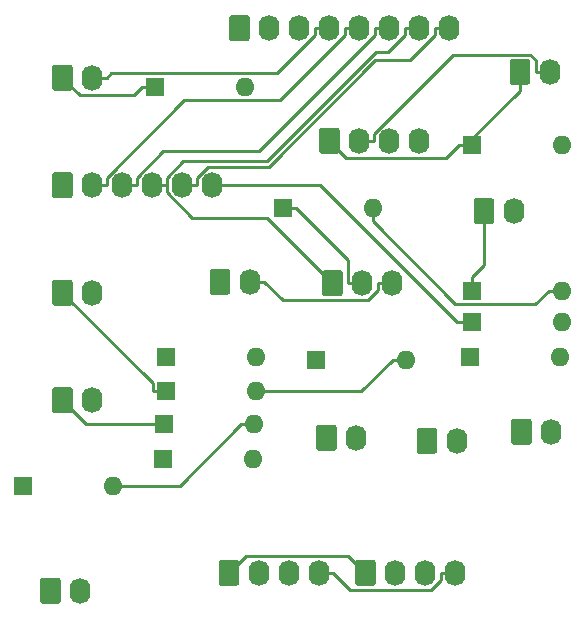
<source format=gbr>
G04 #@! TF.GenerationSoftware,KiCad,Pcbnew,(5.1.5-0-10_14)*
G04 #@! TF.CreationDate,2021-10-11T05:36:10+10:00*
G04 #@! TF.ProjectId,OH - Left Console - 32 - Selective Jettison,4f48202d-204c-4656-9674-20436f6e736f,rev?*
G04 #@! TF.SameCoordinates,Original*
G04 #@! TF.FileFunction,Copper,L2,Bot*
G04 #@! TF.FilePolarity,Positive*
%FSLAX46Y46*%
G04 Gerber Fmt 4.6, Leading zero omitted, Abs format (unit mm)*
G04 Created by KiCad (PCBNEW (5.1.5-0-10_14)) date 2021-10-11 05:36:10*
%MOMM*%
%LPD*%
G04 APERTURE LIST*
%ADD10O,1.740000X2.200000*%
%ADD11C,0.100000*%
%ADD12O,1.600000X1.600000*%
%ADD13R,1.600000X1.600000*%
%ADD14C,0.250000*%
G04 APERTURE END LIST*
D10*
X105029000Y-106045000D03*
G04 #@! TA.AperFunction,ComponentPad*
D11*
G36*
X103133505Y-104946204D02*
G01*
X103157773Y-104949804D01*
X103181572Y-104955765D01*
X103204671Y-104964030D01*
X103226850Y-104974520D01*
X103247893Y-104987132D01*
X103267599Y-105001747D01*
X103285777Y-105018223D01*
X103302253Y-105036401D01*
X103316868Y-105056107D01*
X103329480Y-105077150D01*
X103339970Y-105099329D01*
X103348235Y-105122428D01*
X103354196Y-105146227D01*
X103357796Y-105170495D01*
X103359000Y-105194999D01*
X103359000Y-106895001D01*
X103357796Y-106919505D01*
X103354196Y-106943773D01*
X103348235Y-106967572D01*
X103339970Y-106990671D01*
X103329480Y-107012850D01*
X103316868Y-107033893D01*
X103302253Y-107053599D01*
X103285777Y-107071777D01*
X103267599Y-107088253D01*
X103247893Y-107102868D01*
X103226850Y-107115480D01*
X103204671Y-107125970D01*
X103181572Y-107134235D01*
X103157773Y-107140196D01*
X103133505Y-107143796D01*
X103109001Y-107145000D01*
X101868999Y-107145000D01*
X101844495Y-107143796D01*
X101820227Y-107140196D01*
X101796428Y-107134235D01*
X101773329Y-107125970D01*
X101751150Y-107115480D01*
X101730107Y-107102868D01*
X101710401Y-107088253D01*
X101692223Y-107071777D01*
X101675747Y-107053599D01*
X101661132Y-107033893D01*
X101648520Y-107012850D01*
X101638030Y-106990671D01*
X101629765Y-106967572D01*
X101623804Y-106943773D01*
X101620204Y-106919505D01*
X101619000Y-106895001D01*
X101619000Y-105194999D01*
X101620204Y-105170495D01*
X101623804Y-105146227D01*
X101629765Y-105122428D01*
X101638030Y-105099329D01*
X101648520Y-105077150D01*
X101661132Y-105056107D01*
X101675747Y-105036401D01*
X101692223Y-105018223D01*
X101710401Y-105001747D01*
X101730107Y-104987132D01*
X101751150Y-104974520D01*
X101773329Y-104964030D01*
X101796428Y-104955765D01*
X101820227Y-104949804D01*
X101844495Y-104946204D01*
X101868999Y-104945000D01*
X103109001Y-104945000D01*
X103133505Y-104946204D01*
G37*
G04 #@! TD.AperFunction*
D10*
X73152000Y-118745000D03*
G04 #@! TA.AperFunction,ComponentPad*
D11*
G36*
X71256505Y-117646204D02*
G01*
X71280773Y-117649804D01*
X71304572Y-117655765D01*
X71327671Y-117664030D01*
X71349850Y-117674520D01*
X71370893Y-117687132D01*
X71390599Y-117701747D01*
X71408777Y-117718223D01*
X71425253Y-117736401D01*
X71439868Y-117756107D01*
X71452480Y-117777150D01*
X71462970Y-117799329D01*
X71471235Y-117822428D01*
X71477196Y-117846227D01*
X71480796Y-117870495D01*
X71482000Y-117894999D01*
X71482000Y-119595001D01*
X71480796Y-119619505D01*
X71477196Y-119643773D01*
X71471235Y-119667572D01*
X71462970Y-119690671D01*
X71452480Y-119712850D01*
X71439868Y-119733893D01*
X71425253Y-119753599D01*
X71408777Y-119771777D01*
X71390599Y-119788253D01*
X71370893Y-119802868D01*
X71349850Y-119815480D01*
X71327671Y-119825970D01*
X71304572Y-119834235D01*
X71280773Y-119840196D01*
X71256505Y-119843796D01*
X71232001Y-119845000D01*
X69991999Y-119845000D01*
X69967495Y-119843796D01*
X69943227Y-119840196D01*
X69919428Y-119834235D01*
X69896329Y-119825970D01*
X69874150Y-119815480D01*
X69853107Y-119802868D01*
X69833401Y-119788253D01*
X69815223Y-119771777D01*
X69798747Y-119753599D01*
X69784132Y-119733893D01*
X69771520Y-119712850D01*
X69761030Y-119690671D01*
X69752765Y-119667572D01*
X69746804Y-119643773D01*
X69743204Y-119619505D01*
X69742000Y-119595001D01*
X69742000Y-117894999D01*
X69743204Y-117870495D01*
X69746804Y-117846227D01*
X69752765Y-117822428D01*
X69761030Y-117799329D01*
X69771520Y-117777150D01*
X69784132Y-117756107D01*
X69798747Y-117736401D01*
X69815223Y-117718223D01*
X69833401Y-117701747D01*
X69853107Y-117687132D01*
X69874150Y-117674520D01*
X69896329Y-117664030D01*
X69919428Y-117655765D01*
X69943227Y-117649804D01*
X69967495Y-117646204D01*
X69991999Y-117645000D01*
X71232001Y-117645000D01*
X71256505Y-117646204D01*
G37*
G04 #@! TD.AperFunction*
D10*
X96520000Y-105791000D03*
G04 #@! TA.AperFunction,ComponentPad*
D11*
G36*
X94624505Y-104692204D02*
G01*
X94648773Y-104695804D01*
X94672572Y-104701765D01*
X94695671Y-104710030D01*
X94717850Y-104720520D01*
X94738893Y-104733132D01*
X94758599Y-104747747D01*
X94776777Y-104764223D01*
X94793253Y-104782401D01*
X94807868Y-104802107D01*
X94820480Y-104823150D01*
X94830970Y-104845329D01*
X94839235Y-104868428D01*
X94845196Y-104892227D01*
X94848796Y-104916495D01*
X94850000Y-104940999D01*
X94850000Y-106641001D01*
X94848796Y-106665505D01*
X94845196Y-106689773D01*
X94839235Y-106713572D01*
X94830970Y-106736671D01*
X94820480Y-106758850D01*
X94807868Y-106779893D01*
X94793253Y-106799599D01*
X94776777Y-106817777D01*
X94758599Y-106834253D01*
X94738893Y-106848868D01*
X94717850Y-106861480D01*
X94695671Y-106871970D01*
X94672572Y-106880235D01*
X94648773Y-106886196D01*
X94624505Y-106889796D01*
X94600001Y-106891000D01*
X93359999Y-106891000D01*
X93335495Y-106889796D01*
X93311227Y-106886196D01*
X93287428Y-106880235D01*
X93264329Y-106871970D01*
X93242150Y-106861480D01*
X93221107Y-106848868D01*
X93201401Y-106834253D01*
X93183223Y-106817777D01*
X93166747Y-106799599D01*
X93152132Y-106779893D01*
X93139520Y-106758850D01*
X93129030Y-106736671D01*
X93120765Y-106713572D01*
X93114804Y-106689773D01*
X93111204Y-106665505D01*
X93110000Y-106641001D01*
X93110000Y-104940999D01*
X93111204Y-104916495D01*
X93114804Y-104892227D01*
X93120765Y-104868428D01*
X93129030Y-104845329D01*
X93139520Y-104823150D01*
X93152132Y-104802107D01*
X93166747Y-104782401D01*
X93183223Y-104764223D01*
X93201401Y-104747747D01*
X93221107Y-104733132D01*
X93242150Y-104720520D01*
X93264329Y-104710030D01*
X93287428Y-104701765D01*
X93311227Y-104695804D01*
X93335495Y-104692204D01*
X93359999Y-104691000D01*
X94600001Y-104691000D01*
X94624505Y-104692204D01*
G37*
G04 #@! TD.AperFunction*
D10*
X109855000Y-86614000D03*
G04 #@! TA.AperFunction,ComponentPad*
D11*
G36*
X107959505Y-85515204D02*
G01*
X107983773Y-85518804D01*
X108007572Y-85524765D01*
X108030671Y-85533030D01*
X108052850Y-85543520D01*
X108073893Y-85556132D01*
X108093599Y-85570747D01*
X108111777Y-85587223D01*
X108128253Y-85605401D01*
X108142868Y-85625107D01*
X108155480Y-85646150D01*
X108165970Y-85668329D01*
X108174235Y-85691428D01*
X108180196Y-85715227D01*
X108183796Y-85739495D01*
X108185000Y-85763999D01*
X108185000Y-87464001D01*
X108183796Y-87488505D01*
X108180196Y-87512773D01*
X108174235Y-87536572D01*
X108165970Y-87559671D01*
X108155480Y-87581850D01*
X108142868Y-87602893D01*
X108128253Y-87622599D01*
X108111777Y-87640777D01*
X108093599Y-87657253D01*
X108073893Y-87671868D01*
X108052850Y-87684480D01*
X108030671Y-87694970D01*
X108007572Y-87703235D01*
X107983773Y-87709196D01*
X107959505Y-87712796D01*
X107935001Y-87714000D01*
X106694999Y-87714000D01*
X106670495Y-87712796D01*
X106646227Y-87709196D01*
X106622428Y-87703235D01*
X106599329Y-87694970D01*
X106577150Y-87684480D01*
X106556107Y-87671868D01*
X106536401Y-87657253D01*
X106518223Y-87640777D01*
X106501747Y-87622599D01*
X106487132Y-87602893D01*
X106474520Y-87581850D01*
X106464030Y-87559671D01*
X106455765Y-87536572D01*
X106449804Y-87512773D01*
X106446204Y-87488505D01*
X106445000Y-87464001D01*
X106445000Y-85763999D01*
X106446204Y-85739495D01*
X106449804Y-85715227D01*
X106455765Y-85691428D01*
X106464030Y-85668329D01*
X106474520Y-85646150D01*
X106487132Y-85625107D01*
X106501747Y-85605401D01*
X106518223Y-85587223D01*
X106536401Y-85570747D01*
X106556107Y-85556132D01*
X106577150Y-85543520D01*
X106599329Y-85533030D01*
X106622428Y-85524765D01*
X106646227Y-85518804D01*
X106670495Y-85515204D01*
X106694999Y-85514000D01*
X107935001Y-85514000D01*
X107959505Y-85515204D01*
G37*
G04 #@! TD.AperFunction*
D12*
X100711000Y-99187000D03*
D13*
X93091000Y-99187000D03*
D12*
X87757000Y-107569000D03*
D13*
X80137000Y-107569000D03*
D10*
X84328000Y-84412700D03*
X81788000Y-84412700D03*
X79248000Y-84412700D03*
X76708000Y-84412700D03*
X74168000Y-84412700D03*
G04 #@! TA.AperFunction,ComponentPad*
D11*
G36*
X72272505Y-83313904D02*
G01*
X72296773Y-83317504D01*
X72320572Y-83323465D01*
X72343671Y-83331730D01*
X72365850Y-83342220D01*
X72386893Y-83354832D01*
X72406599Y-83369447D01*
X72424777Y-83385923D01*
X72441253Y-83404101D01*
X72455868Y-83423807D01*
X72468480Y-83444850D01*
X72478970Y-83467029D01*
X72487235Y-83490128D01*
X72493196Y-83513927D01*
X72496796Y-83538195D01*
X72498000Y-83562699D01*
X72498000Y-85262701D01*
X72496796Y-85287205D01*
X72493196Y-85311473D01*
X72487235Y-85335272D01*
X72478970Y-85358371D01*
X72468480Y-85380550D01*
X72455868Y-85401593D01*
X72441253Y-85421299D01*
X72424777Y-85439477D01*
X72406599Y-85455953D01*
X72386893Y-85470568D01*
X72365850Y-85483180D01*
X72343671Y-85493670D01*
X72320572Y-85501935D01*
X72296773Y-85507896D01*
X72272505Y-85511496D01*
X72248001Y-85512700D01*
X71007999Y-85512700D01*
X70983495Y-85511496D01*
X70959227Y-85507896D01*
X70935428Y-85501935D01*
X70912329Y-85493670D01*
X70890150Y-85483180D01*
X70869107Y-85470568D01*
X70849401Y-85455953D01*
X70831223Y-85439477D01*
X70814747Y-85421299D01*
X70800132Y-85401593D01*
X70787520Y-85380550D01*
X70777030Y-85358371D01*
X70768765Y-85335272D01*
X70762804Y-85311473D01*
X70759204Y-85287205D01*
X70758000Y-85262701D01*
X70758000Y-83562699D01*
X70759204Y-83538195D01*
X70762804Y-83513927D01*
X70768765Y-83490128D01*
X70777030Y-83467029D01*
X70787520Y-83444850D01*
X70800132Y-83423807D01*
X70814747Y-83404101D01*
X70831223Y-83385923D01*
X70849401Y-83369447D01*
X70869107Y-83354832D01*
X70890150Y-83342220D01*
X70912329Y-83331730D01*
X70935428Y-83323465D01*
X70959227Y-83317504D01*
X70983495Y-83313904D01*
X71007999Y-83312700D01*
X72248001Y-83312700D01*
X72272505Y-83313904D01*
G37*
G04 #@! TD.AperFunction*
D10*
X74168000Y-102616000D03*
G04 #@! TA.AperFunction,ComponentPad*
D11*
G36*
X72272505Y-101517204D02*
G01*
X72296773Y-101520804D01*
X72320572Y-101526765D01*
X72343671Y-101535030D01*
X72365850Y-101545520D01*
X72386893Y-101558132D01*
X72406599Y-101572747D01*
X72424777Y-101589223D01*
X72441253Y-101607401D01*
X72455868Y-101627107D01*
X72468480Y-101648150D01*
X72478970Y-101670329D01*
X72487235Y-101693428D01*
X72493196Y-101717227D01*
X72496796Y-101741495D01*
X72498000Y-101765999D01*
X72498000Y-103466001D01*
X72496796Y-103490505D01*
X72493196Y-103514773D01*
X72487235Y-103538572D01*
X72478970Y-103561671D01*
X72468480Y-103583850D01*
X72455868Y-103604893D01*
X72441253Y-103624599D01*
X72424777Y-103642777D01*
X72406599Y-103659253D01*
X72386893Y-103673868D01*
X72365850Y-103686480D01*
X72343671Y-103696970D01*
X72320572Y-103705235D01*
X72296773Y-103711196D01*
X72272505Y-103714796D01*
X72248001Y-103716000D01*
X71007999Y-103716000D01*
X70983495Y-103714796D01*
X70959227Y-103711196D01*
X70935428Y-103705235D01*
X70912329Y-103696970D01*
X70890150Y-103686480D01*
X70869107Y-103673868D01*
X70849401Y-103659253D01*
X70831223Y-103642777D01*
X70814747Y-103624599D01*
X70800132Y-103604893D01*
X70787520Y-103583850D01*
X70777030Y-103561671D01*
X70768765Y-103538572D01*
X70762804Y-103514773D01*
X70759204Y-103490505D01*
X70758000Y-103466001D01*
X70758000Y-101765999D01*
X70759204Y-101741495D01*
X70762804Y-101717227D01*
X70768765Y-101693428D01*
X70777030Y-101670329D01*
X70787520Y-101648150D01*
X70800132Y-101627107D01*
X70814747Y-101607401D01*
X70831223Y-101589223D01*
X70849401Y-101572747D01*
X70869107Y-101558132D01*
X70890150Y-101545520D01*
X70912329Y-101535030D01*
X70935428Y-101526765D01*
X70959227Y-101520804D01*
X70983495Y-101517204D01*
X71007999Y-101516000D01*
X72248001Y-101516000D01*
X72272505Y-101517204D01*
G37*
G04 #@! TD.AperFunction*
D10*
X74168000Y-93514300D03*
G04 #@! TA.AperFunction,ComponentPad*
D11*
G36*
X72272505Y-92415504D02*
G01*
X72296773Y-92419104D01*
X72320572Y-92425065D01*
X72343671Y-92433330D01*
X72365850Y-92443820D01*
X72386893Y-92456432D01*
X72406599Y-92471047D01*
X72424777Y-92487523D01*
X72441253Y-92505701D01*
X72455868Y-92525407D01*
X72468480Y-92546450D01*
X72478970Y-92568629D01*
X72487235Y-92591728D01*
X72493196Y-92615527D01*
X72496796Y-92639795D01*
X72498000Y-92664299D01*
X72498000Y-94364301D01*
X72496796Y-94388805D01*
X72493196Y-94413073D01*
X72487235Y-94436872D01*
X72478970Y-94459971D01*
X72468480Y-94482150D01*
X72455868Y-94503193D01*
X72441253Y-94522899D01*
X72424777Y-94541077D01*
X72406599Y-94557553D01*
X72386893Y-94572168D01*
X72365850Y-94584780D01*
X72343671Y-94595270D01*
X72320572Y-94603535D01*
X72296773Y-94609496D01*
X72272505Y-94613096D01*
X72248001Y-94614300D01*
X71007999Y-94614300D01*
X70983495Y-94613096D01*
X70959227Y-94609496D01*
X70935428Y-94603535D01*
X70912329Y-94595270D01*
X70890150Y-94584780D01*
X70869107Y-94572168D01*
X70849401Y-94557553D01*
X70831223Y-94541077D01*
X70814747Y-94522899D01*
X70800132Y-94503193D01*
X70787520Y-94482150D01*
X70777030Y-94459971D01*
X70768765Y-94436872D01*
X70762804Y-94413073D01*
X70759204Y-94388805D01*
X70758000Y-94364301D01*
X70758000Y-92664299D01*
X70759204Y-92639795D01*
X70762804Y-92615527D01*
X70768765Y-92591728D01*
X70777030Y-92568629D01*
X70787520Y-92546450D01*
X70800132Y-92525407D01*
X70814747Y-92505701D01*
X70831223Y-92487523D01*
X70849401Y-92471047D01*
X70869107Y-92456432D01*
X70890150Y-92443820D01*
X70912329Y-92433330D01*
X70935428Y-92425065D01*
X70959227Y-92419104D01*
X70983495Y-92415504D01*
X71007999Y-92414300D01*
X72248001Y-92414300D01*
X72272505Y-92415504D01*
G37*
G04 #@! TD.AperFunction*
D10*
X87503000Y-92583000D03*
G04 #@! TA.AperFunction,ComponentPad*
D11*
G36*
X85607505Y-91484204D02*
G01*
X85631773Y-91487804D01*
X85655572Y-91493765D01*
X85678671Y-91502030D01*
X85700850Y-91512520D01*
X85721893Y-91525132D01*
X85741599Y-91539747D01*
X85759777Y-91556223D01*
X85776253Y-91574401D01*
X85790868Y-91594107D01*
X85803480Y-91615150D01*
X85813970Y-91637329D01*
X85822235Y-91660428D01*
X85828196Y-91684227D01*
X85831796Y-91708495D01*
X85833000Y-91732999D01*
X85833000Y-93433001D01*
X85831796Y-93457505D01*
X85828196Y-93481773D01*
X85822235Y-93505572D01*
X85813970Y-93528671D01*
X85803480Y-93550850D01*
X85790868Y-93571893D01*
X85776253Y-93591599D01*
X85759777Y-93609777D01*
X85741599Y-93626253D01*
X85721893Y-93640868D01*
X85700850Y-93653480D01*
X85678671Y-93663970D01*
X85655572Y-93672235D01*
X85631773Y-93678196D01*
X85607505Y-93681796D01*
X85583001Y-93683000D01*
X84342999Y-93683000D01*
X84318495Y-93681796D01*
X84294227Y-93678196D01*
X84270428Y-93672235D01*
X84247329Y-93663970D01*
X84225150Y-93653480D01*
X84204107Y-93640868D01*
X84184401Y-93626253D01*
X84166223Y-93609777D01*
X84149747Y-93591599D01*
X84135132Y-93571893D01*
X84122520Y-93550850D01*
X84112030Y-93528671D01*
X84103765Y-93505572D01*
X84097804Y-93481773D01*
X84094204Y-93457505D01*
X84093000Y-93433001D01*
X84093000Y-91732999D01*
X84094204Y-91708495D01*
X84097804Y-91684227D01*
X84103765Y-91660428D01*
X84112030Y-91637329D01*
X84122520Y-91615150D01*
X84135132Y-91594107D01*
X84149747Y-91574401D01*
X84166223Y-91556223D01*
X84184401Y-91539747D01*
X84204107Y-91525132D01*
X84225150Y-91512520D01*
X84247329Y-91502030D01*
X84270428Y-91493765D01*
X84294227Y-91487804D01*
X84318495Y-91484204D01*
X84342999Y-91483000D01*
X85583001Y-91483000D01*
X85607505Y-91484204D01*
G37*
G04 #@! TD.AperFunction*
D10*
X99568000Y-92710000D03*
X97028000Y-92710000D03*
G04 #@! TA.AperFunction,ComponentPad*
D11*
G36*
X95132505Y-91611204D02*
G01*
X95156773Y-91614804D01*
X95180572Y-91620765D01*
X95203671Y-91629030D01*
X95225850Y-91639520D01*
X95246893Y-91652132D01*
X95266599Y-91666747D01*
X95284777Y-91683223D01*
X95301253Y-91701401D01*
X95315868Y-91721107D01*
X95328480Y-91742150D01*
X95338970Y-91764329D01*
X95347235Y-91787428D01*
X95353196Y-91811227D01*
X95356796Y-91835495D01*
X95358000Y-91859999D01*
X95358000Y-93560001D01*
X95356796Y-93584505D01*
X95353196Y-93608773D01*
X95347235Y-93632572D01*
X95338970Y-93655671D01*
X95328480Y-93677850D01*
X95315868Y-93698893D01*
X95301253Y-93718599D01*
X95284777Y-93736777D01*
X95266599Y-93753253D01*
X95246893Y-93767868D01*
X95225850Y-93780480D01*
X95203671Y-93790970D01*
X95180572Y-93799235D01*
X95156773Y-93805196D01*
X95132505Y-93808796D01*
X95108001Y-93810000D01*
X93867999Y-93810000D01*
X93843495Y-93808796D01*
X93819227Y-93805196D01*
X93795428Y-93799235D01*
X93772329Y-93790970D01*
X93750150Y-93780480D01*
X93729107Y-93767868D01*
X93709401Y-93753253D01*
X93691223Y-93736777D01*
X93674747Y-93718599D01*
X93660132Y-93698893D01*
X93647520Y-93677850D01*
X93637030Y-93655671D01*
X93628765Y-93632572D01*
X93622804Y-93608773D01*
X93619204Y-93584505D01*
X93618000Y-93560001D01*
X93618000Y-91859999D01*
X93619204Y-91835495D01*
X93622804Y-91811227D01*
X93628765Y-91787428D01*
X93637030Y-91764329D01*
X93647520Y-91742150D01*
X93660132Y-91721107D01*
X93674747Y-91701401D01*
X93691223Y-91683223D01*
X93709401Y-91666747D01*
X93729107Y-91652132D01*
X93750150Y-91639520D01*
X93772329Y-91629030D01*
X93795428Y-91620765D01*
X93819227Y-91614804D01*
X93843495Y-91611204D01*
X93867999Y-91610000D01*
X95108001Y-91610000D01*
X95132505Y-91611204D01*
G37*
G04 #@! TD.AperFunction*
D10*
X74168000Y-75311000D03*
G04 #@! TA.AperFunction,ComponentPad*
D11*
G36*
X72272505Y-74212204D02*
G01*
X72296773Y-74215804D01*
X72320572Y-74221765D01*
X72343671Y-74230030D01*
X72365850Y-74240520D01*
X72386893Y-74253132D01*
X72406599Y-74267747D01*
X72424777Y-74284223D01*
X72441253Y-74302401D01*
X72455868Y-74322107D01*
X72468480Y-74343150D01*
X72478970Y-74365329D01*
X72487235Y-74388428D01*
X72493196Y-74412227D01*
X72496796Y-74436495D01*
X72498000Y-74460999D01*
X72498000Y-76161001D01*
X72496796Y-76185505D01*
X72493196Y-76209773D01*
X72487235Y-76233572D01*
X72478970Y-76256671D01*
X72468480Y-76278850D01*
X72455868Y-76299893D01*
X72441253Y-76319599D01*
X72424777Y-76337777D01*
X72406599Y-76354253D01*
X72386893Y-76368868D01*
X72365850Y-76381480D01*
X72343671Y-76391970D01*
X72320572Y-76400235D01*
X72296773Y-76406196D01*
X72272505Y-76409796D01*
X72248001Y-76411000D01*
X71007999Y-76411000D01*
X70983495Y-76409796D01*
X70959227Y-76406196D01*
X70935428Y-76400235D01*
X70912329Y-76391970D01*
X70890150Y-76381480D01*
X70869107Y-76368868D01*
X70849401Y-76354253D01*
X70831223Y-76337777D01*
X70814747Y-76319599D01*
X70800132Y-76299893D01*
X70787520Y-76278850D01*
X70777030Y-76256671D01*
X70768765Y-76233572D01*
X70762804Y-76209773D01*
X70759204Y-76185505D01*
X70758000Y-76161001D01*
X70758000Y-74460999D01*
X70759204Y-74436495D01*
X70762804Y-74412227D01*
X70768765Y-74388428D01*
X70777030Y-74365329D01*
X70787520Y-74343150D01*
X70800132Y-74322107D01*
X70814747Y-74302401D01*
X70831223Y-74284223D01*
X70849401Y-74267747D01*
X70869107Y-74253132D01*
X70890150Y-74240520D01*
X70912329Y-74230030D01*
X70935428Y-74221765D01*
X70959227Y-74215804D01*
X70983495Y-74212204D01*
X71007999Y-74211000D01*
X72248001Y-74211000D01*
X72272505Y-74212204D01*
G37*
G04 #@! TD.AperFunction*
D10*
X113030000Y-105283000D03*
G04 #@! TA.AperFunction,ComponentPad*
D11*
G36*
X111134505Y-104184204D02*
G01*
X111158773Y-104187804D01*
X111182572Y-104193765D01*
X111205671Y-104202030D01*
X111227850Y-104212520D01*
X111248893Y-104225132D01*
X111268599Y-104239747D01*
X111286777Y-104256223D01*
X111303253Y-104274401D01*
X111317868Y-104294107D01*
X111330480Y-104315150D01*
X111340970Y-104337329D01*
X111349235Y-104360428D01*
X111355196Y-104384227D01*
X111358796Y-104408495D01*
X111360000Y-104432999D01*
X111360000Y-106133001D01*
X111358796Y-106157505D01*
X111355196Y-106181773D01*
X111349235Y-106205572D01*
X111340970Y-106228671D01*
X111330480Y-106250850D01*
X111317868Y-106271893D01*
X111303253Y-106291599D01*
X111286777Y-106309777D01*
X111268599Y-106326253D01*
X111248893Y-106340868D01*
X111227850Y-106353480D01*
X111205671Y-106363970D01*
X111182572Y-106372235D01*
X111158773Y-106378196D01*
X111134505Y-106381796D01*
X111110001Y-106383000D01*
X109869999Y-106383000D01*
X109845495Y-106381796D01*
X109821227Y-106378196D01*
X109797428Y-106372235D01*
X109774329Y-106363970D01*
X109752150Y-106353480D01*
X109731107Y-106340868D01*
X109711401Y-106326253D01*
X109693223Y-106309777D01*
X109676747Y-106291599D01*
X109662132Y-106271893D01*
X109649520Y-106250850D01*
X109639030Y-106228671D01*
X109630765Y-106205572D01*
X109624804Y-106181773D01*
X109621204Y-106157505D01*
X109620000Y-106133001D01*
X109620000Y-104432999D01*
X109621204Y-104408495D01*
X109624804Y-104384227D01*
X109630765Y-104360428D01*
X109639030Y-104337329D01*
X109649520Y-104315150D01*
X109662132Y-104294107D01*
X109676747Y-104274401D01*
X109693223Y-104256223D01*
X109711401Y-104239747D01*
X109731107Y-104225132D01*
X109752150Y-104212520D01*
X109774329Y-104202030D01*
X109797428Y-104193765D01*
X109821227Y-104187804D01*
X109845495Y-104184204D01*
X109869999Y-104183000D01*
X111110001Y-104183000D01*
X111134505Y-104184204D01*
G37*
G04 #@! TD.AperFunction*
D10*
X112903000Y-74803000D03*
G04 #@! TA.AperFunction,ComponentPad*
D11*
G36*
X111007505Y-73704204D02*
G01*
X111031773Y-73707804D01*
X111055572Y-73713765D01*
X111078671Y-73722030D01*
X111100850Y-73732520D01*
X111121893Y-73745132D01*
X111141599Y-73759747D01*
X111159777Y-73776223D01*
X111176253Y-73794401D01*
X111190868Y-73814107D01*
X111203480Y-73835150D01*
X111213970Y-73857329D01*
X111222235Y-73880428D01*
X111228196Y-73904227D01*
X111231796Y-73928495D01*
X111233000Y-73952999D01*
X111233000Y-75653001D01*
X111231796Y-75677505D01*
X111228196Y-75701773D01*
X111222235Y-75725572D01*
X111213970Y-75748671D01*
X111203480Y-75770850D01*
X111190868Y-75791893D01*
X111176253Y-75811599D01*
X111159777Y-75829777D01*
X111141599Y-75846253D01*
X111121893Y-75860868D01*
X111100850Y-75873480D01*
X111078671Y-75883970D01*
X111055572Y-75892235D01*
X111031773Y-75898196D01*
X111007505Y-75901796D01*
X110983001Y-75903000D01*
X109742999Y-75903000D01*
X109718495Y-75901796D01*
X109694227Y-75898196D01*
X109670428Y-75892235D01*
X109647329Y-75883970D01*
X109625150Y-75873480D01*
X109604107Y-75860868D01*
X109584401Y-75846253D01*
X109566223Y-75829777D01*
X109549747Y-75811599D01*
X109535132Y-75791893D01*
X109522520Y-75770850D01*
X109512030Y-75748671D01*
X109503765Y-75725572D01*
X109497804Y-75701773D01*
X109494204Y-75677505D01*
X109493000Y-75653001D01*
X109493000Y-73952999D01*
X109494204Y-73928495D01*
X109497804Y-73904227D01*
X109503765Y-73880428D01*
X109512030Y-73857329D01*
X109522520Y-73835150D01*
X109535132Y-73814107D01*
X109549747Y-73794401D01*
X109566223Y-73776223D01*
X109584401Y-73759747D01*
X109604107Y-73745132D01*
X109625150Y-73732520D01*
X109647329Y-73722030D01*
X109670428Y-73713765D01*
X109694227Y-73707804D01*
X109718495Y-73704204D01*
X109742999Y-73703000D01*
X110983001Y-73703000D01*
X111007505Y-73704204D01*
G37*
G04 #@! TD.AperFunction*
D10*
X104394000Y-71120000D03*
X101854000Y-71120000D03*
X99314000Y-71120000D03*
X96774000Y-71120000D03*
X94234000Y-71120000D03*
X91694000Y-71120000D03*
X89154000Y-71120000D03*
G04 #@! TA.AperFunction,ComponentPad*
D11*
G36*
X87258505Y-70021204D02*
G01*
X87282773Y-70024804D01*
X87306572Y-70030765D01*
X87329671Y-70039030D01*
X87351850Y-70049520D01*
X87372893Y-70062132D01*
X87392599Y-70076747D01*
X87410777Y-70093223D01*
X87427253Y-70111401D01*
X87441868Y-70131107D01*
X87454480Y-70152150D01*
X87464970Y-70174329D01*
X87473235Y-70197428D01*
X87479196Y-70221227D01*
X87482796Y-70245495D01*
X87484000Y-70269999D01*
X87484000Y-71970001D01*
X87482796Y-71994505D01*
X87479196Y-72018773D01*
X87473235Y-72042572D01*
X87464970Y-72065671D01*
X87454480Y-72087850D01*
X87441868Y-72108893D01*
X87427253Y-72128599D01*
X87410777Y-72146777D01*
X87392599Y-72163253D01*
X87372893Y-72177868D01*
X87351850Y-72190480D01*
X87329671Y-72200970D01*
X87306572Y-72209235D01*
X87282773Y-72215196D01*
X87258505Y-72218796D01*
X87234001Y-72220000D01*
X85993999Y-72220000D01*
X85969495Y-72218796D01*
X85945227Y-72215196D01*
X85921428Y-72209235D01*
X85898329Y-72200970D01*
X85876150Y-72190480D01*
X85855107Y-72177868D01*
X85835401Y-72163253D01*
X85817223Y-72146777D01*
X85800747Y-72128599D01*
X85786132Y-72108893D01*
X85773520Y-72087850D01*
X85763030Y-72065671D01*
X85754765Y-72042572D01*
X85748804Y-72018773D01*
X85745204Y-71994505D01*
X85744000Y-71970001D01*
X85744000Y-70269999D01*
X85745204Y-70245495D01*
X85748804Y-70221227D01*
X85754765Y-70197428D01*
X85763030Y-70174329D01*
X85773520Y-70152150D01*
X85786132Y-70131107D01*
X85800747Y-70111401D01*
X85817223Y-70093223D01*
X85835401Y-70076747D01*
X85855107Y-70062132D01*
X85876150Y-70049520D01*
X85898329Y-70039030D01*
X85921428Y-70030765D01*
X85945227Y-70024804D01*
X85969495Y-70021204D01*
X85993999Y-70020000D01*
X87234001Y-70020000D01*
X87258505Y-70021204D01*
G37*
G04 #@! TD.AperFunction*
D10*
X101854000Y-80645000D03*
X99314000Y-80645000D03*
X96774000Y-80645000D03*
G04 #@! TA.AperFunction,ComponentPad*
D11*
G36*
X94878505Y-79546204D02*
G01*
X94902773Y-79549804D01*
X94926572Y-79555765D01*
X94949671Y-79564030D01*
X94971850Y-79574520D01*
X94992893Y-79587132D01*
X95012599Y-79601747D01*
X95030777Y-79618223D01*
X95047253Y-79636401D01*
X95061868Y-79656107D01*
X95074480Y-79677150D01*
X95084970Y-79699329D01*
X95093235Y-79722428D01*
X95099196Y-79746227D01*
X95102796Y-79770495D01*
X95104000Y-79794999D01*
X95104000Y-81495001D01*
X95102796Y-81519505D01*
X95099196Y-81543773D01*
X95093235Y-81567572D01*
X95084970Y-81590671D01*
X95074480Y-81612850D01*
X95061868Y-81633893D01*
X95047253Y-81653599D01*
X95030777Y-81671777D01*
X95012599Y-81688253D01*
X94992893Y-81702868D01*
X94971850Y-81715480D01*
X94949671Y-81725970D01*
X94926572Y-81734235D01*
X94902773Y-81740196D01*
X94878505Y-81743796D01*
X94854001Y-81745000D01*
X93613999Y-81745000D01*
X93589495Y-81743796D01*
X93565227Y-81740196D01*
X93541428Y-81734235D01*
X93518329Y-81725970D01*
X93496150Y-81715480D01*
X93475107Y-81702868D01*
X93455401Y-81688253D01*
X93437223Y-81671777D01*
X93420747Y-81653599D01*
X93406132Y-81633893D01*
X93393520Y-81612850D01*
X93383030Y-81590671D01*
X93374765Y-81567572D01*
X93368804Y-81543773D01*
X93365204Y-81519505D01*
X93364000Y-81495001D01*
X93364000Y-79794999D01*
X93365204Y-79770495D01*
X93368804Y-79746227D01*
X93374765Y-79722428D01*
X93383030Y-79699329D01*
X93393520Y-79677150D01*
X93406132Y-79656107D01*
X93420747Y-79636401D01*
X93437223Y-79618223D01*
X93455401Y-79601747D01*
X93475107Y-79587132D01*
X93496150Y-79574520D01*
X93518329Y-79564030D01*
X93541428Y-79555765D01*
X93565227Y-79549804D01*
X93589495Y-79546204D01*
X93613999Y-79545000D01*
X94854001Y-79545000D01*
X94878505Y-79546204D01*
G37*
G04 #@! TD.AperFunction*
D10*
X93345000Y-117221000D03*
X90805000Y-117221000D03*
X88265000Y-117221000D03*
G04 #@! TA.AperFunction,ComponentPad*
D11*
G36*
X86369505Y-116122204D02*
G01*
X86393773Y-116125804D01*
X86417572Y-116131765D01*
X86440671Y-116140030D01*
X86462850Y-116150520D01*
X86483893Y-116163132D01*
X86503599Y-116177747D01*
X86521777Y-116194223D01*
X86538253Y-116212401D01*
X86552868Y-116232107D01*
X86565480Y-116253150D01*
X86575970Y-116275329D01*
X86584235Y-116298428D01*
X86590196Y-116322227D01*
X86593796Y-116346495D01*
X86595000Y-116370999D01*
X86595000Y-118071001D01*
X86593796Y-118095505D01*
X86590196Y-118119773D01*
X86584235Y-118143572D01*
X86575970Y-118166671D01*
X86565480Y-118188850D01*
X86552868Y-118209893D01*
X86538253Y-118229599D01*
X86521777Y-118247777D01*
X86503599Y-118264253D01*
X86483893Y-118278868D01*
X86462850Y-118291480D01*
X86440671Y-118301970D01*
X86417572Y-118310235D01*
X86393773Y-118316196D01*
X86369505Y-118319796D01*
X86345001Y-118321000D01*
X85104999Y-118321000D01*
X85080495Y-118319796D01*
X85056227Y-118316196D01*
X85032428Y-118310235D01*
X85009329Y-118301970D01*
X84987150Y-118291480D01*
X84966107Y-118278868D01*
X84946401Y-118264253D01*
X84928223Y-118247777D01*
X84911747Y-118229599D01*
X84897132Y-118209893D01*
X84884520Y-118188850D01*
X84874030Y-118166671D01*
X84865765Y-118143572D01*
X84859804Y-118119773D01*
X84856204Y-118095505D01*
X84855000Y-118071001D01*
X84855000Y-116370999D01*
X84856204Y-116346495D01*
X84859804Y-116322227D01*
X84865765Y-116298428D01*
X84874030Y-116275329D01*
X84884520Y-116253150D01*
X84897132Y-116232107D01*
X84911747Y-116212401D01*
X84928223Y-116194223D01*
X84946401Y-116177747D01*
X84966107Y-116163132D01*
X84987150Y-116150520D01*
X85009329Y-116140030D01*
X85032428Y-116131765D01*
X85056227Y-116125804D01*
X85080495Y-116122204D01*
X85104999Y-116121000D01*
X86345001Y-116121000D01*
X86369505Y-116122204D01*
G37*
G04 #@! TD.AperFunction*
D10*
X104902000Y-117221000D03*
X102362000Y-117221000D03*
X99822000Y-117221000D03*
G04 #@! TA.AperFunction,ComponentPad*
D11*
G36*
X97926505Y-116122204D02*
G01*
X97950773Y-116125804D01*
X97974572Y-116131765D01*
X97997671Y-116140030D01*
X98019850Y-116150520D01*
X98040893Y-116163132D01*
X98060599Y-116177747D01*
X98078777Y-116194223D01*
X98095253Y-116212401D01*
X98109868Y-116232107D01*
X98122480Y-116253150D01*
X98132970Y-116275329D01*
X98141235Y-116298428D01*
X98147196Y-116322227D01*
X98150796Y-116346495D01*
X98152000Y-116370999D01*
X98152000Y-118071001D01*
X98150796Y-118095505D01*
X98147196Y-118119773D01*
X98141235Y-118143572D01*
X98132970Y-118166671D01*
X98122480Y-118188850D01*
X98109868Y-118209893D01*
X98095253Y-118229599D01*
X98078777Y-118247777D01*
X98060599Y-118264253D01*
X98040893Y-118278868D01*
X98019850Y-118291480D01*
X97997671Y-118301970D01*
X97974572Y-118310235D01*
X97950773Y-118316196D01*
X97926505Y-118319796D01*
X97902001Y-118321000D01*
X96661999Y-118321000D01*
X96637495Y-118319796D01*
X96613227Y-118316196D01*
X96589428Y-118310235D01*
X96566329Y-118301970D01*
X96544150Y-118291480D01*
X96523107Y-118278868D01*
X96503401Y-118264253D01*
X96485223Y-118247777D01*
X96468747Y-118229599D01*
X96454132Y-118209893D01*
X96441520Y-118188850D01*
X96431030Y-118166671D01*
X96422765Y-118143572D01*
X96416804Y-118119773D01*
X96413204Y-118095505D01*
X96412000Y-118071001D01*
X96412000Y-116370999D01*
X96413204Y-116346495D01*
X96416804Y-116322227D01*
X96422765Y-116298428D01*
X96431030Y-116275329D01*
X96441520Y-116253150D01*
X96454132Y-116232107D01*
X96468747Y-116212401D01*
X96485223Y-116194223D01*
X96503401Y-116177747D01*
X96523107Y-116163132D01*
X96544150Y-116150520D01*
X96566329Y-116140030D01*
X96589428Y-116131765D01*
X96613227Y-116125804D01*
X96637495Y-116122204D01*
X96661999Y-116121000D01*
X97902001Y-116121000D01*
X97926505Y-116122204D01*
G37*
G04 #@! TD.AperFunction*
D12*
X113792000Y-98933000D03*
D13*
X106172000Y-98933000D03*
D12*
X113919000Y-81026000D03*
D13*
X106299000Y-81026000D03*
D12*
X113919000Y-96012000D03*
D13*
X106299000Y-96012000D03*
D12*
X88011000Y-98933000D03*
D13*
X80391000Y-98933000D03*
D12*
X75946000Y-109855000D03*
D13*
X68326000Y-109855000D03*
D12*
X87884000Y-104648000D03*
D13*
X80264000Y-104648000D03*
D12*
X88011000Y-101854000D03*
D13*
X80391000Y-101854000D03*
D12*
X97917000Y-86360000D03*
D13*
X90297000Y-86360000D03*
D12*
X113919000Y-93345000D03*
D13*
X106299000Y-93345000D03*
D12*
X87122000Y-76073000D03*
D13*
X79502000Y-76073000D03*
D14*
X113919000Y-93345000D02*
X112793700Y-93345000D01*
X97917000Y-86360000D02*
X97917000Y-87485300D01*
X97917000Y-87485300D02*
X104902000Y-94470300D01*
X104902000Y-94470300D02*
X111668400Y-94470300D01*
X111668400Y-94470300D02*
X112793700Y-93345000D01*
X79502000Y-76073000D02*
X78376700Y-76073000D01*
X78376700Y-76073000D02*
X77678800Y-76770900D01*
X77678800Y-76770900D02*
X73087900Y-76770900D01*
X73087900Y-76770900D02*
X71628000Y-75311000D01*
X106299000Y-93345000D02*
X106299000Y-92219700D01*
X106299000Y-92219700D02*
X107315000Y-91203700D01*
X107315000Y-91203700D02*
X107315000Y-86614000D01*
X100711000Y-99187000D02*
X99585700Y-99187000D01*
X88011000Y-101854000D02*
X96918700Y-101854000D01*
X96918700Y-101854000D02*
X99585700Y-99187000D01*
X87884000Y-104648000D02*
X86758700Y-104648000D01*
X75946000Y-109855000D02*
X81551700Y-109855000D01*
X81551700Y-109855000D02*
X86758700Y-104648000D01*
X90297000Y-86360000D02*
X91422300Y-86360000D01*
X97028000Y-92710000D02*
X95832700Y-92710000D01*
X95832700Y-92710000D02*
X95832700Y-90770400D01*
X95832700Y-90770400D02*
X91422300Y-86360000D01*
X80391000Y-101854000D02*
X79265700Y-101854000D01*
X79265700Y-101854000D02*
X79265700Y-101152000D01*
X79265700Y-101152000D02*
X71628000Y-93514300D01*
X80264000Y-104648000D02*
X73660000Y-104648000D01*
X73660000Y-104648000D02*
X71628000Y-102616000D01*
X112903000Y-74803000D02*
X111707700Y-74803000D01*
X96774000Y-80645000D02*
X97969300Y-80645000D01*
X97969300Y-80645000D02*
X97969300Y-80047400D01*
X97969300Y-80047400D02*
X104657600Y-73359100D01*
X104657600Y-73359100D02*
X111235000Y-73359100D01*
X111235000Y-73359100D02*
X111707700Y-73831800D01*
X111707700Y-73831800D02*
X111707700Y-74803000D01*
X105736400Y-81026000D02*
X110363000Y-76399400D01*
X110363000Y-76399400D02*
X110363000Y-74803000D01*
X105736400Y-81026000D02*
X105173700Y-81026000D01*
X106299000Y-81026000D02*
X105736400Y-81026000D01*
X94234000Y-80645000D02*
X95679300Y-82090300D01*
X95679300Y-82090300D02*
X104109400Y-82090300D01*
X104109400Y-82090300D02*
X105173700Y-81026000D01*
X93345000Y-117221000D02*
X94540300Y-117221000D01*
X104902000Y-117221000D02*
X103706700Y-117221000D01*
X103706700Y-117221000D02*
X103706700Y-117818600D01*
X103706700Y-117818600D02*
X102867600Y-118657700D01*
X102867600Y-118657700D02*
X95977000Y-118657700D01*
X95977000Y-118657700D02*
X94540300Y-117221000D01*
X97282000Y-117221000D02*
X95850700Y-115789700D01*
X95850700Y-115789700D02*
X87156300Y-115789700D01*
X87156300Y-115789700D02*
X85725000Y-117221000D01*
X82983300Y-84412700D02*
X82983300Y-83815000D01*
X82983300Y-83815000D02*
X83945900Y-82852400D01*
X83945900Y-82852400D02*
X89097500Y-82852400D01*
X89097500Y-82852400D02*
X98129600Y-73820300D01*
X98129600Y-73820300D02*
X101086500Y-73820300D01*
X101086500Y-73820300D02*
X103198700Y-71708100D01*
X103198700Y-71708100D02*
X103198700Y-71120000D01*
X81788000Y-84412700D02*
X82983300Y-84412700D01*
X104394000Y-71120000D02*
X103198700Y-71120000D01*
X87503000Y-92583000D02*
X88698300Y-92583000D01*
X99568000Y-92710000D02*
X98372700Y-92710000D01*
X98372700Y-92710000D02*
X98372700Y-93307600D01*
X98372700Y-93307600D02*
X97528200Y-94152100D01*
X97528200Y-94152100D02*
X90267400Y-94152100D01*
X90267400Y-94152100D02*
X88698300Y-92583000D01*
X94488000Y-92710000D02*
X88988200Y-87210200D01*
X88988200Y-87210200D02*
X82628700Y-87210200D01*
X82628700Y-87210200D02*
X80443300Y-85024800D01*
X80443300Y-85024800D02*
X80443300Y-84412700D01*
X79248000Y-84412700D02*
X80443300Y-84412700D01*
X101854000Y-71120000D02*
X100658700Y-71120000D01*
X100658700Y-71120000D02*
X100658700Y-71717600D01*
X100658700Y-71717600D02*
X99231400Y-73144900D01*
X99231400Y-73144900D02*
X98168100Y-73144900D01*
X98168100Y-73144900D02*
X88911000Y-82402000D01*
X88911000Y-82402000D02*
X81856300Y-82402000D01*
X81856300Y-82402000D02*
X80443300Y-83815000D01*
X80443300Y-83815000D02*
X80443300Y-84412700D01*
X76708000Y-84412700D02*
X77903300Y-84412700D01*
X99314000Y-71120000D02*
X98118700Y-71120000D01*
X98118700Y-71120000D02*
X98118700Y-71717600D01*
X98118700Y-71717600D02*
X88304200Y-81532100D01*
X88304200Y-81532100D02*
X80186200Y-81532100D01*
X80186200Y-81532100D02*
X77903300Y-83815000D01*
X77903300Y-83815000D02*
X77903300Y-84412700D01*
X74168000Y-84412700D02*
X75363300Y-84412700D01*
X96774000Y-71120000D02*
X95578700Y-71120000D01*
X95578700Y-71120000D02*
X95578700Y-71717600D01*
X95578700Y-71717600D02*
X90075000Y-77221300D01*
X90075000Y-77221300D02*
X81957000Y-77221300D01*
X81957000Y-77221300D02*
X75363300Y-83815000D01*
X75363300Y-83815000D02*
X75363300Y-84412700D01*
X74168000Y-75311000D02*
X75363300Y-75311000D01*
X94234000Y-71120000D02*
X93038700Y-71120000D01*
X93038700Y-71120000D02*
X93038700Y-71717600D01*
X93038700Y-71717600D02*
X89808700Y-74947600D01*
X89808700Y-74947600D02*
X75726700Y-74947600D01*
X75726700Y-74947600D02*
X75363300Y-75311000D01*
X84328000Y-84412700D02*
X93456400Y-84412700D01*
X93456400Y-84412700D02*
X105055700Y-96012000D01*
X105055700Y-96012000D02*
X106299000Y-96012000D01*
M02*

</source>
